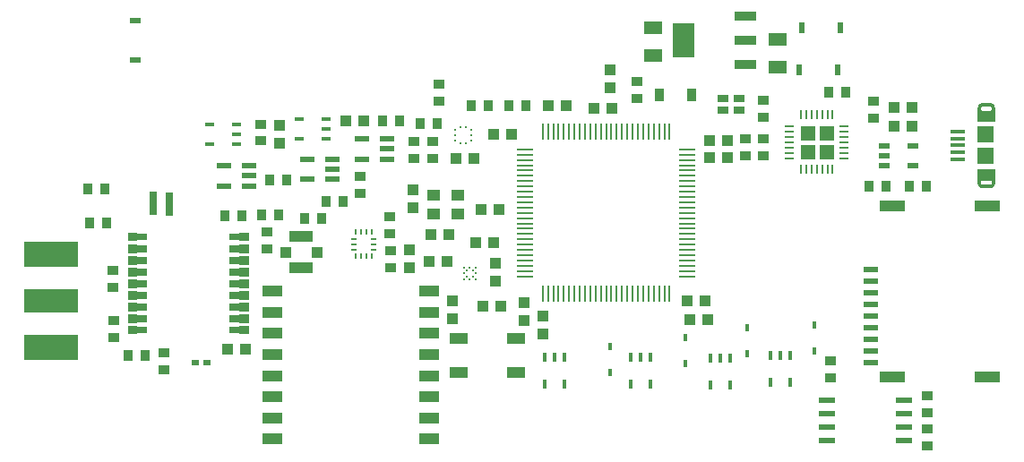
<source format=gbr>
%TF.GenerationSoftware,KiCad,Pcbnew,(6.0.9)*%
%TF.CreationDate,2022-12-16T16:08:48-07:00*%
%TF.ProjectId,Flight-Computer,466c6967-6874-42d4-936f-6d7075746572,1.0*%
%TF.SameCoordinates,Original*%
%TF.FileFunction,Paste,Top*%
%TF.FilePolarity,Positive*%
%FSLAX46Y46*%
G04 Gerber Fmt 4.6, Leading zero omitted, Abs format (unit mm)*
G04 Created by KiCad (PCBNEW (6.0.9)) date 2022-12-16 16:08:48*
%MOMM*%
%LPD*%
G01*
G04 APERTURE LIST*
%ADD10C,0.000100*%
%ADD11C,0.010000*%
%ADD12R,0.254000X0.482600*%
%ADD13R,0.482600X0.254000*%
%ADD14R,0.650000X2.200000*%
%ADD15R,0.650000X2.300000*%
%ADD16R,1.950000X1.050000*%
%ADD17R,1.320800X0.558800*%
%ADD18R,1.100000X1.000000*%
%ADD19R,1.020000X0.940000*%
%ADD20R,1.000000X0.800000*%
%ADD21R,0.355600X0.647700*%
%ADD22R,5.080000X2.286000*%
%ADD23R,5.080000X2.413000*%
%ADD24R,2.150000X0.950000*%
%ADD25R,2.150000X3.250000*%
%ADD26R,1.000000X1.100000*%
%ADD27R,0.940000X1.020000*%
%ADD28R,0.406400X0.952500*%
%ADD29R,0.584200X1.041400*%
%ADD30R,1.560000X0.280000*%
%ADD31R,0.280000X1.560000*%
%ADD32R,0.952500X0.406400*%
%ADD33R,1.778000X1.270000*%
%ADD34R,1.041400X0.584200*%
%ADD35R,0.979300X0.558800*%
%ADD36R,1.000000X1.000000*%
%ADD37R,2.200000X1.050000*%
%ADD38R,1.350000X0.400000*%
%ADD39R,1.550000X1.500000*%
%ADD40R,1.400000X0.620000*%
%ADD41R,2.400000X1.100000*%
%ADD42R,1.700000X0.990600*%
%ADD43R,0.685800X0.609600*%
%ADD44R,0.250000X0.275000*%
%ADD45R,0.275000X0.250000*%
%ADD46R,0.900000X0.254000*%
%ADD47R,0.254000X0.900000*%
%ADD48R,1.524000X0.558800*%
%ADD49R,0.965200X1.295400*%
%ADD50C,0.200000*%
%ADD51R,1.300000X1.100000*%
G04 APERTURE END LIST*
D10*
%TO.C,P8*%
X185402600Y-68414000D02*
X185232600Y-68414000D01*
X183862600Y-75414000D02*
X184032600Y-75414000D01*
G36*
X184057600Y-75427000D02*
G01*
X184058600Y-75440000D01*
X184062600Y-75466000D01*
X184066600Y-75479000D01*
X184069600Y-75491000D01*
X184074600Y-75504000D01*
X184079600Y-75516000D01*
X184084600Y-75527000D01*
X184090600Y-75539000D01*
X184097600Y-75550000D01*
X184105600Y-75561000D01*
X184121600Y-75581000D01*
X184130600Y-75591000D01*
X184140600Y-75600000D01*
X184160600Y-75616000D01*
X184171600Y-75624000D01*
X184182600Y-75631000D01*
X184194600Y-75637000D01*
X184205600Y-75642000D01*
X184217600Y-75647000D01*
X184230600Y-75652000D01*
X184242600Y-75655000D01*
X184255600Y-75659000D01*
X184281600Y-75663000D01*
X184294600Y-75664000D01*
X184970600Y-75664000D01*
X184983600Y-75663000D01*
X185009600Y-75659000D01*
X185022600Y-75655000D01*
X185034600Y-75652000D01*
X185047600Y-75647000D01*
X185059600Y-75642000D01*
X185070600Y-75637000D01*
X185082600Y-75631000D01*
X185093600Y-75624000D01*
X185104600Y-75616000D01*
X185124600Y-75600000D01*
X185134600Y-75591000D01*
X185143600Y-75581000D01*
X185159600Y-75561000D01*
X185167600Y-75550000D01*
X185174600Y-75539000D01*
X185180600Y-75527000D01*
X185185600Y-75516000D01*
X185190600Y-75504000D01*
X185195600Y-75491000D01*
X185198600Y-75479000D01*
X185202600Y-75466000D01*
X185206600Y-75440000D01*
X185207600Y-75427000D01*
X185207600Y-75414000D01*
X185407600Y-75414000D01*
X185406600Y-75440000D01*
X185404600Y-75466000D01*
X185401600Y-75492000D01*
X185396600Y-75518000D01*
X185390600Y-75543000D01*
X185383600Y-75569000D01*
X185374600Y-75593000D01*
X185364600Y-75617000D01*
X185353600Y-75641000D01*
X185340600Y-75664000D01*
X185312600Y-75708000D01*
X185296600Y-75729000D01*
X185279600Y-75749000D01*
X185261600Y-75768000D01*
X185242600Y-75786000D01*
X185222600Y-75803000D01*
X185201600Y-75819000D01*
X185157600Y-75847000D01*
X185134600Y-75860000D01*
X185110600Y-75871000D01*
X185086600Y-75881000D01*
X185062600Y-75890000D01*
X185036600Y-75897000D01*
X185011600Y-75903000D01*
X184985600Y-75908000D01*
X184959600Y-75911000D01*
X184933600Y-75913000D01*
X184907600Y-75914000D01*
X184357600Y-75914000D01*
X184331600Y-75913000D01*
X184305600Y-75911000D01*
X184279600Y-75908000D01*
X184253600Y-75903000D01*
X184228600Y-75897000D01*
X184202600Y-75890000D01*
X184178600Y-75881000D01*
X184154600Y-75871000D01*
X184130600Y-75860000D01*
X184107600Y-75847000D01*
X184063600Y-75819000D01*
X184042600Y-75803000D01*
X184022600Y-75786000D01*
X184003600Y-75768000D01*
X183985600Y-75749000D01*
X183968600Y-75729000D01*
X183952600Y-75708000D01*
X183924600Y-75664000D01*
X183911600Y-75641000D01*
X183900600Y-75617000D01*
X183890600Y-75593000D01*
X183881600Y-75569000D01*
X183874600Y-75543000D01*
X183868600Y-75518000D01*
X183863600Y-75492000D01*
X183860600Y-75466000D01*
X183858600Y-75440000D01*
X183857600Y-75414000D01*
X184057600Y-75414000D01*
X184057600Y-75427000D01*
G37*
X184057600Y-75427000D02*
X184058600Y-75440000D01*
X184062600Y-75466000D01*
X184066600Y-75479000D01*
X184069600Y-75491000D01*
X184074600Y-75504000D01*
X184079600Y-75516000D01*
X184084600Y-75527000D01*
X184090600Y-75539000D01*
X184097600Y-75550000D01*
X184105600Y-75561000D01*
X184121600Y-75581000D01*
X184130600Y-75591000D01*
X184140600Y-75600000D01*
X184160600Y-75616000D01*
X184171600Y-75624000D01*
X184182600Y-75631000D01*
X184194600Y-75637000D01*
X184205600Y-75642000D01*
X184217600Y-75647000D01*
X184230600Y-75652000D01*
X184242600Y-75655000D01*
X184255600Y-75659000D01*
X184281600Y-75663000D01*
X184294600Y-75664000D01*
X184970600Y-75664000D01*
X184983600Y-75663000D01*
X185009600Y-75659000D01*
X185022600Y-75655000D01*
X185034600Y-75652000D01*
X185047600Y-75647000D01*
X185059600Y-75642000D01*
X185070600Y-75637000D01*
X185082600Y-75631000D01*
X185093600Y-75624000D01*
X185104600Y-75616000D01*
X185124600Y-75600000D01*
X185134600Y-75591000D01*
X185143600Y-75581000D01*
X185159600Y-75561000D01*
X185167600Y-75550000D01*
X185174600Y-75539000D01*
X185180600Y-75527000D01*
X185185600Y-75516000D01*
X185190600Y-75504000D01*
X185195600Y-75491000D01*
X185198600Y-75479000D01*
X185202600Y-75466000D01*
X185206600Y-75440000D01*
X185207600Y-75427000D01*
X185207600Y-75414000D01*
X185407600Y-75414000D01*
X185406600Y-75440000D01*
X185404600Y-75466000D01*
X185401600Y-75492000D01*
X185396600Y-75518000D01*
X185390600Y-75543000D01*
X185383600Y-75569000D01*
X185374600Y-75593000D01*
X185364600Y-75617000D01*
X185353600Y-75641000D01*
X185340600Y-75664000D01*
X185312600Y-75708000D01*
X185296600Y-75729000D01*
X185279600Y-75749000D01*
X185261600Y-75768000D01*
X185242600Y-75786000D01*
X185222600Y-75803000D01*
X185201600Y-75819000D01*
X185157600Y-75847000D01*
X185134600Y-75860000D01*
X185110600Y-75871000D01*
X185086600Y-75881000D01*
X185062600Y-75890000D01*
X185036600Y-75897000D01*
X185011600Y-75903000D01*
X184985600Y-75908000D01*
X184959600Y-75911000D01*
X184933600Y-75913000D01*
X184907600Y-75914000D01*
X184357600Y-75914000D01*
X184331600Y-75913000D01*
X184305600Y-75911000D01*
X184279600Y-75908000D01*
X184253600Y-75903000D01*
X184228600Y-75897000D01*
X184202600Y-75890000D01*
X184178600Y-75881000D01*
X184154600Y-75871000D01*
X184130600Y-75860000D01*
X184107600Y-75847000D01*
X184063600Y-75819000D01*
X184042600Y-75803000D01*
X184022600Y-75786000D01*
X184003600Y-75768000D01*
X183985600Y-75749000D01*
X183968600Y-75729000D01*
X183952600Y-75708000D01*
X183924600Y-75664000D01*
X183911600Y-75641000D01*
X183900600Y-75617000D01*
X183890600Y-75593000D01*
X183881600Y-75569000D01*
X183874600Y-75543000D01*
X183868600Y-75518000D01*
X183863600Y-75492000D01*
X183860600Y-75466000D01*
X183858600Y-75440000D01*
X183857600Y-75414000D01*
X184057600Y-75414000D01*
X184057600Y-75427000D01*
G36*
X185407600Y-75414000D02*
G01*
X185207600Y-75414000D01*
X185207600Y-75401000D01*
X185206600Y-75388000D01*
X185202600Y-75362000D01*
X185198600Y-75349000D01*
X185195600Y-75337000D01*
X185190600Y-75324000D01*
X185185600Y-75312000D01*
X185180600Y-75301000D01*
X185174600Y-75289000D01*
X185167600Y-75278000D01*
X185159600Y-75267000D01*
X185143600Y-75247000D01*
X185134600Y-75237000D01*
X185124600Y-75228000D01*
X185104600Y-75212000D01*
X185093600Y-75204000D01*
X185082600Y-75197000D01*
X185070600Y-75191000D01*
X185059600Y-75186000D01*
X185047600Y-75181000D01*
X185034600Y-75176000D01*
X185022600Y-75173000D01*
X185009600Y-75169000D01*
X184983600Y-75165000D01*
X184970600Y-75164000D01*
X184294600Y-75164000D01*
X184281600Y-75165000D01*
X184255600Y-75169000D01*
X184242600Y-75173000D01*
X184230600Y-75176000D01*
X184217600Y-75181000D01*
X184205600Y-75186000D01*
X184194600Y-75191000D01*
X184182600Y-75197000D01*
X184171600Y-75204000D01*
X184160600Y-75212000D01*
X184140600Y-75228000D01*
X184130600Y-75237000D01*
X184121600Y-75247000D01*
X184105600Y-75267000D01*
X184097600Y-75278000D01*
X184090600Y-75289000D01*
X184084600Y-75301000D01*
X184079600Y-75312000D01*
X184074600Y-75324000D01*
X184069600Y-75337000D01*
X184066600Y-75349000D01*
X184062600Y-75362000D01*
X184058600Y-75388000D01*
X184057600Y-75401000D01*
X184057600Y-75414000D01*
X183857600Y-75414000D01*
X183857600Y-74214000D01*
X185407600Y-74214000D01*
X185407600Y-75414000D01*
G37*
X185407600Y-75414000D02*
X185207600Y-75414000D01*
X185207600Y-75401000D01*
X185206600Y-75388000D01*
X185202600Y-75362000D01*
X185198600Y-75349000D01*
X185195600Y-75337000D01*
X185190600Y-75324000D01*
X185185600Y-75312000D01*
X185180600Y-75301000D01*
X185174600Y-75289000D01*
X185167600Y-75278000D01*
X185159600Y-75267000D01*
X185143600Y-75247000D01*
X185134600Y-75237000D01*
X185124600Y-75228000D01*
X185104600Y-75212000D01*
X185093600Y-75204000D01*
X185082600Y-75197000D01*
X185070600Y-75191000D01*
X185059600Y-75186000D01*
X185047600Y-75181000D01*
X185034600Y-75176000D01*
X185022600Y-75173000D01*
X185009600Y-75169000D01*
X184983600Y-75165000D01*
X184970600Y-75164000D01*
X184294600Y-75164000D01*
X184281600Y-75165000D01*
X184255600Y-75169000D01*
X184242600Y-75173000D01*
X184230600Y-75176000D01*
X184217600Y-75181000D01*
X184205600Y-75186000D01*
X184194600Y-75191000D01*
X184182600Y-75197000D01*
X184171600Y-75204000D01*
X184160600Y-75212000D01*
X184140600Y-75228000D01*
X184130600Y-75237000D01*
X184121600Y-75247000D01*
X184105600Y-75267000D01*
X184097600Y-75278000D01*
X184090600Y-75289000D01*
X184084600Y-75301000D01*
X184079600Y-75312000D01*
X184074600Y-75324000D01*
X184069600Y-75337000D01*
X184066600Y-75349000D01*
X184062600Y-75362000D01*
X184058600Y-75388000D01*
X184057600Y-75401000D01*
X184057600Y-75414000D01*
X183857600Y-75414000D01*
X183857600Y-74214000D01*
X185407600Y-74214000D01*
X185407600Y-75414000D01*
G36*
X184933600Y-67915000D02*
G01*
X184959600Y-67917000D01*
X184985600Y-67920000D01*
X185011600Y-67925000D01*
X185036600Y-67931000D01*
X185062600Y-67938000D01*
X185086600Y-67947000D01*
X185110600Y-67957000D01*
X185134600Y-67968000D01*
X185157600Y-67981000D01*
X185201600Y-68009000D01*
X185222600Y-68025000D01*
X185242600Y-68042000D01*
X185261600Y-68060000D01*
X185279600Y-68079000D01*
X185296600Y-68099000D01*
X185312600Y-68120000D01*
X185340600Y-68164000D01*
X185353600Y-68187000D01*
X185364600Y-68211000D01*
X185374600Y-68235000D01*
X185383600Y-68259000D01*
X185390600Y-68285000D01*
X185396600Y-68310000D01*
X185401600Y-68336000D01*
X185404600Y-68362000D01*
X185406600Y-68388000D01*
X185407600Y-68414000D01*
X185207600Y-68414000D01*
X185207600Y-68401000D01*
X185206600Y-68388000D01*
X185202600Y-68362000D01*
X185198600Y-68349000D01*
X185195600Y-68337000D01*
X185190600Y-68324000D01*
X185185600Y-68312000D01*
X185180600Y-68301000D01*
X185174600Y-68289000D01*
X185167600Y-68278000D01*
X185159600Y-68267000D01*
X185143600Y-68247000D01*
X185134600Y-68237000D01*
X185124600Y-68228000D01*
X185104600Y-68212000D01*
X185093600Y-68204000D01*
X185082600Y-68197000D01*
X185070600Y-68191000D01*
X185059600Y-68186000D01*
X185047600Y-68181000D01*
X185034600Y-68176000D01*
X185022600Y-68173000D01*
X185009600Y-68169000D01*
X184983600Y-68165000D01*
X184970600Y-68164000D01*
X184294600Y-68164000D01*
X184281600Y-68165000D01*
X184255600Y-68169000D01*
X184242600Y-68173000D01*
X184230600Y-68176000D01*
X184217600Y-68181000D01*
X184205600Y-68186000D01*
X184194600Y-68191000D01*
X184182600Y-68197000D01*
X184171600Y-68204000D01*
X184160600Y-68212000D01*
X184140600Y-68228000D01*
X184130600Y-68237000D01*
X184121600Y-68247000D01*
X184105600Y-68267000D01*
X184097600Y-68278000D01*
X184090600Y-68289000D01*
X184084600Y-68301000D01*
X184079600Y-68312000D01*
X184074600Y-68324000D01*
X184069600Y-68337000D01*
X184066600Y-68349000D01*
X184062600Y-68362000D01*
X184058600Y-68388000D01*
X184057600Y-68401000D01*
X184057600Y-68414000D01*
X183857600Y-68414000D01*
X183858600Y-68388000D01*
X183860600Y-68362000D01*
X183863600Y-68336000D01*
X183868600Y-68310000D01*
X183874600Y-68285000D01*
X183881600Y-68259000D01*
X183890600Y-68235000D01*
X183900600Y-68211000D01*
X183911600Y-68187000D01*
X183924600Y-68164000D01*
X183952600Y-68120000D01*
X183968600Y-68099000D01*
X183985600Y-68079000D01*
X184003600Y-68060000D01*
X184022600Y-68042000D01*
X184042600Y-68025000D01*
X184063600Y-68009000D01*
X184107600Y-67981000D01*
X184130600Y-67968000D01*
X184154600Y-67957000D01*
X184178600Y-67947000D01*
X184202600Y-67938000D01*
X184228600Y-67931000D01*
X184253600Y-67925000D01*
X184279600Y-67920000D01*
X184305600Y-67917000D01*
X184331600Y-67915000D01*
X184357600Y-67914000D01*
X184907600Y-67914000D01*
X184933600Y-67915000D01*
G37*
X184933600Y-67915000D02*
X184959600Y-67917000D01*
X184985600Y-67920000D01*
X185011600Y-67925000D01*
X185036600Y-67931000D01*
X185062600Y-67938000D01*
X185086600Y-67947000D01*
X185110600Y-67957000D01*
X185134600Y-67968000D01*
X185157600Y-67981000D01*
X185201600Y-68009000D01*
X185222600Y-68025000D01*
X185242600Y-68042000D01*
X185261600Y-68060000D01*
X185279600Y-68079000D01*
X185296600Y-68099000D01*
X185312600Y-68120000D01*
X185340600Y-68164000D01*
X185353600Y-68187000D01*
X185364600Y-68211000D01*
X185374600Y-68235000D01*
X185383600Y-68259000D01*
X185390600Y-68285000D01*
X185396600Y-68310000D01*
X185401600Y-68336000D01*
X185404600Y-68362000D01*
X185406600Y-68388000D01*
X185407600Y-68414000D01*
X185207600Y-68414000D01*
X185207600Y-68401000D01*
X185206600Y-68388000D01*
X185202600Y-68362000D01*
X185198600Y-68349000D01*
X185195600Y-68337000D01*
X185190600Y-68324000D01*
X185185600Y-68312000D01*
X185180600Y-68301000D01*
X185174600Y-68289000D01*
X185167600Y-68278000D01*
X185159600Y-68267000D01*
X185143600Y-68247000D01*
X185134600Y-68237000D01*
X185124600Y-68228000D01*
X185104600Y-68212000D01*
X185093600Y-68204000D01*
X185082600Y-68197000D01*
X185070600Y-68191000D01*
X185059600Y-68186000D01*
X185047600Y-68181000D01*
X185034600Y-68176000D01*
X185022600Y-68173000D01*
X185009600Y-68169000D01*
X184983600Y-68165000D01*
X184970600Y-68164000D01*
X184294600Y-68164000D01*
X184281600Y-68165000D01*
X184255600Y-68169000D01*
X184242600Y-68173000D01*
X184230600Y-68176000D01*
X184217600Y-68181000D01*
X184205600Y-68186000D01*
X184194600Y-68191000D01*
X184182600Y-68197000D01*
X184171600Y-68204000D01*
X184160600Y-68212000D01*
X184140600Y-68228000D01*
X184130600Y-68237000D01*
X184121600Y-68247000D01*
X184105600Y-68267000D01*
X184097600Y-68278000D01*
X184090600Y-68289000D01*
X184084600Y-68301000D01*
X184079600Y-68312000D01*
X184074600Y-68324000D01*
X184069600Y-68337000D01*
X184066600Y-68349000D01*
X184062600Y-68362000D01*
X184058600Y-68388000D01*
X184057600Y-68401000D01*
X184057600Y-68414000D01*
X183857600Y-68414000D01*
X183858600Y-68388000D01*
X183860600Y-68362000D01*
X183863600Y-68336000D01*
X183868600Y-68310000D01*
X183874600Y-68285000D01*
X183881600Y-68259000D01*
X183890600Y-68235000D01*
X183900600Y-68211000D01*
X183911600Y-68187000D01*
X183924600Y-68164000D01*
X183952600Y-68120000D01*
X183968600Y-68099000D01*
X183985600Y-68079000D01*
X184003600Y-68060000D01*
X184022600Y-68042000D01*
X184042600Y-68025000D01*
X184063600Y-68009000D01*
X184107600Y-67981000D01*
X184130600Y-67968000D01*
X184154600Y-67957000D01*
X184178600Y-67947000D01*
X184202600Y-67938000D01*
X184228600Y-67931000D01*
X184253600Y-67925000D01*
X184279600Y-67920000D01*
X184305600Y-67917000D01*
X184331600Y-67915000D01*
X184357600Y-67914000D01*
X184907600Y-67914000D01*
X184933600Y-67915000D01*
G36*
X184057600Y-68427000D02*
G01*
X184058600Y-68440000D01*
X184062600Y-68466000D01*
X184066600Y-68479000D01*
X184069600Y-68491000D01*
X184074600Y-68504000D01*
X184079600Y-68516000D01*
X184084600Y-68527000D01*
X184090600Y-68539000D01*
X184097600Y-68550000D01*
X184105600Y-68561000D01*
X184121600Y-68581000D01*
X184130600Y-68591000D01*
X184140600Y-68600000D01*
X184160600Y-68616000D01*
X184171600Y-68624000D01*
X184182600Y-68631000D01*
X184194600Y-68637000D01*
X184205600Y-68642000D01*
X184217600Y-68647000D01*
X184230600Y-68652000D01*
X184242600Y-68655000D01*
X184255600Y-68659000D01*
X184281600Y-68663000D01*
X184294600Y-68664000D01*
X184970600Y-68664000D01*
X184983600Y-68663000D01*
X185009600Y-68659000D01*
X185022600Y-68655000D01*
X185034600Y-68652000D01*
X185047600Y-68647000D01*
X185059600Y-68642000D01*
X185070600Y-68637000D01*
X185082600Y-68631000D01*
X185093600Y-68624000D01*
X185104600Y-68616000D01*
X185124600Y-68600000D01*
X185134600Y-68591000D01*
X185143600Y-68581000D01*
X185159600Y-68561000D01*
X185167600Y-68550000D01*
X185174600Y-68539000D01*
X185180600Y-68527000D01*
X185185600Y-68516000D01*
X185190600Y-68504000D01*
X185195600Y-68491000D01*
X185198600Y-68479000D01*
X185202600Y-68466000D01*
X185206600Y-68440000D01*
X185207600Y-68427000D01*
X185207600Y-68414000D01*
X185407600Y-68414000D01*
X185407600Y-69614000D01*
X183857600Y-69614000D01*
X183857600Y-68414000D01*
X184057600Y-68414000D01*
X184057600Y-68427000D01*
G37*
X184057600Y-68427000D02*
X184058600Y-68440000D01*
X184062600Y-68466000D01*
X184066600Y-68479000D01*
X184069600Y-68491000D01*
X184074600Y-68504000D01*
X184079600Y-68516000D01*
X184084600Y-68527000D01*
X184090600Y-68539000D01*
X184097600Y-68550000D01*
X184105600Y-68561000D01*
X184121600Y-68581000D01*
X184130600Y-68591000D01*
X184140600Y-68600000D01*
X184160600Y-68616000D01*
X184171600Y-68624000D01*
X184182600Y-68631000D01*
X184194600Y-68637000D01*
X184205600Y-68642000D01*
X184217600Y-68647000D01*
X184230600Y-68652000D01*
X184242600Y-68655000D01*
X184255600Y-68659000D01*
X184281600Y-68663000D01*
X184294600Y-68664000D01*
X184970600Y-68664000D01*
X184983600Y-68663000D01*
X185009600Y-68659000D01*
X185022600Y-68655000D01*
X185034600Y-68652000D01*
X185047600Y-68647000D01*
X185059600Y-68642000D01*
X185070600Y-68637000D01*
X185082600Y-68631000D01*
X185093600Y-68624000D01*
X185104600Y-68616000D01*
X185124600Y-68600000D01*
X185134600Y-68591000D01*
X185143600Y-68581000D01*
X185159600Y-68561000D01*
X185167600Y-68550000D01*
X185174600Y-68539000D01*
X185180600Y-68527000D01*
X185185600Y-68516000D01*
X185190600Y-68504000D01*
X185195600Y-68491000D01*
X185198600Y-68479000D01*
X185202600Y-68466000D01*
X185206600Y-68440000D01*
X185207600Y-68427000D01*
X185207600Y-68414000D01*
X185407600Y-68414000D01*
X185407600Y-69614000D01*
X183857600Y-69614000D01*
X183857600Y-68414000D01*
X184057600Y-68414000D01*
X184057600Y-68427000D01*
%TO.C,U4*%
G36*
X104370000Y-81363000D02*
G01*
X105270000Y-81363000D01*
X105270000Y-81963000D01*
X104370000Y-81963000D01*
X104370000Y-82063000D01*
X103554200Y-82063000D01*
X103554200Y-81263000D01*
X104370000Y-81263000D01*
X104370000Y-81363000D01*
G37*
D11*
X104370000Y-81363000D02*
X105270000Y-81363000D01*
X105270000Y-81963000D01*
X104370000Y-81963000D01*
X104370000Y-82063000D01*
X103554200Y-82063000D01*
X103554200Y-81263000D01*
X104370000Y-81263000D01*
X104370000Y-81363000D01*
G36*
X104370000Y-84663000D02*
G01*
X105270000Y-84663000D01*
X105270000Y-85263000D01*
X104370000Y-85263000D01*
X104370000Y-85363000D01*
X103554200Y-85363000D01*
X103554200Y-84563000D01*
X104370000Y-84563000D01*
X104370000Y-84663000D01*
G37*
X104370000Y-84663000D02*
X105270000Y-84663000D01*
X105270000Y-85263000D01*
X104370000Y-85263000D01*
X104370000Y-85363000D01*
X103554200Y-85363000D01*
X103554200Y-84563000D01*
X104370000Y-84563000D01*
X104370000Y-84663000D01*
G36*
X104370000Y-89113000D02*
G01*
X105270000Y-89113000D01*
X105270000Y-89613000D01*
X104370000Y-89613000D01*
X104370000Y-89713000D01*
X103554200Y-89713000D01*
X103554200Y-89013000D01*
X104370000Y-89013000D01*
X104370000Y-89113000D01*
G37*
X104370000Y-89113000D02*
X105270000Y-89113000D01*
X105270000Y-89613000D01*
X104370000Y-89613000D01*
X104370000Y-89713000D01*
X103554200Y-89713000D01*
X103554200Y-89013000D01*
X104370000Y-89013000D01*
X104370000Y-89113000D01*
G36*
X104370000Y-80313000D02*
G01*
X105270000Y-80313000D01*
X105270000Y-80813000D01*
X104370000Y-80813000D01*
X104370000Y-80913000D01*
X103554200Y-80913000D01*
X103554200Y-80213000D01*
X104370000Y-80213000D01*
X104370000Y-80313000D01*
G37*
X104370000Y-80313000D02*
X105270000Y-80313000D01*
X105270000Y-80813000D01*
X104370000Y-80813000D01*
X104370000Y-80913000D01*
X103554200Y-80913000D01*
X103554200Y-80213000D01*
X104370000Y-80213000D01*
X104370000Y-80313000D01*
G36*
X104370000Y-83563000D02*
G01*
X105270000Y-83563000D01*
X105270000Y-84163000D01*
X104370000Y-84163000D01*
X104370000Y-84263000D01*
X103554200Y-84263000D01*
X103554200Y-83463000D01*
X104370000Y-83463000D01*
X104370000Y-83563000D01*
G37*
X104370000Y-83563000D02*
X105270000Y-83563000D01*
X105270000Y-84163000D01*
X104370000Y-84163000D01*
X104370000Y-84263000D01*
X103554200Y-84263000D01*
X103554200Y-83463000D01*
X104370000Y-83463000D01*
X104370000Y-83563000D01*
G36*
X104370000Y-87963000D02*
G01*
X105270000Y-87963000D01*
X105270000Y-88563000D01*
X104370000Y-88563000D01*
X104370000Y-88663000D01*
X103554200Y-88663000D01*
X103554200Y-87863000D01*
X104370000Y-87863000D01*
X104370000Y-87963000D01*
G37*
X104370000Y-87963000D02*
X105270000Y-87963000D01*
X105270000Y-88563000D01*
X104370000Y-88563000D01*
X104370000Y-88663000D01*
X103554200Y-88663000D01*
X103554200Y-87863000D01*
X104370000Y-87863000D01*
X104370000Y-87963000D01*
G36*
X114911200Y-82063000D02*
G01*
X114070000Y-82063000D01*
X114070000Y-81963000D01*
X113170000Y-81963000D01*
X113170000Y-81363000D01*
X114070000Y-81363000D01*
X114070000Y-81263000D01*
X114911200Y-81263000D01*
X114911200Y-82063000D01*
G37*
X114911200Y-82063000D02*
X114070000Y-82063000D01*
X114070000Y-81963000D01*
X113170000Y-81963000D01*
X113170000Y-81363000D01*
X114070000Y-81363000D01*
X114070000Y-81263000D01*
X114911200Y-81263000D01*
X114911200Y-82063000D01*
G36*
X114911200Y-85363000D02*
G01*
X114070000Y-85363000D01*
X114070000Y-85263000D01*
X113170000Y-85263000D01*
X113170000Y-84663000D01*
X114070000Y-84663000D01*
X114070000Y-84563000D01*
X114911200Y-84563000D01*
X114911200Y-85363000D01*
G37*
X114911200Y-85363000D02*
X114070000Y-85363000D01*
X114070000Y-85263000D01*
X113170000Y-85263000D01*
X113170000Y-84663000D01*
X114070000Y-84663000D01*
X114070000Y-84563000D01*
X114911200Y-84563000D01*
X114911200Y-85363000D01*
G36*
X104370000Y-85763000D02*
G01*
X105270000Y-85763000D01*
X105270000Y-86363000D01*
X104370000Y-86363000D01*
X104370000Y-86463000D01*
X103554200Y-86463000D01*
X103554200Y-85663000D01*
X104370000Y-85663000D01*
X104370000Y-85763000D01*
G37*
X104370000Y-85763000D02*
X105270000Y-85763000D01*
X105270000Y-86363000D01*
X104370000Y-86363000D01*
X104370000Y-86463000D01*
X103554200Y-86463000D01*
X103554200Y-85663000D01*
X104370000Y-85663000D01*
X104370000Y-85763000D01*
G36*
X104370000Y-86863000D02*
G01*
X105270000Y-86863000D01*
X105270000Y-87463000D01*
X104370000Y-87463000D01*
X104370000Y-87563000D01*
X103554200Y-87563000D01*
X103554200Y-86763000D01*
X104370000Y-86763000D01*
X104370000Y-86863000D01*
G37*
X104370000Y-86863000D02*
X105270000Y-86863000D01*
X105270000Y-87463000D01*
X104370000Y-87463000D01*
X104370000Y-87563000D01*
X103554200Y-87563000D01*
X103554200Y-86763000D01*
X104370000Y-86763000D01*
X104370000Y-86863000D01*
G36*
X104370000Y-82463000D02*
G01*
X105270000Y-82463000D01*
X105270000Y-83063000D01*
X104370000Y-83063000D01*
X104370000Y-83163000D01*
X103554200Y-83163000D01*
X103554200Y-82363000D01*
X104370000Y-82363000D01*
X104370000Y-82463000D01*
G37*
X104370000Y-82463000D02*
X105270000Y-82463000D01*
X105270000Y-83063000D01*
X104370000Y-83063000D01*
X104370000Y-83163000D01*
X103554200Y-83163000D01*
X103554200Y-82363000D01*
X104370000Y-82363000D01*
X104370000Y-82463000D01*
G36*
X114911200Y-84263000D02*
G01*
X114070000Y-84263000D01*
X114070000Y-84163000D01*
X113170000Y-84163000D01*
X113170000Y-83563000D01*
X114070000Y-83563000D01*
X114070000Y-83463000D01*
X114911200Y-83463000D01*
X114911200Y-84263000D01*
G37*
X114911200Y-84263000D02*
X114070000Y-84263000D01*
X114070000Y-84163000D01*
X113170000Y-84163000D01*
X113170000Y-83563000D01*
X114070000Y-83563000D01*
X114070000Y-83463000D01*
X114911200Y-83463000D01*
X114911200Y-84263000D01*
G36*
X114911200Y-87563000D02*
G01*
X114070000Y-87563000D01*
X114070000Y-87463000D01*
X113170000Y-87463000D01*
X113170000Y-86863000D01*
X114070000Y-86863000D01*
X114070000Y-86763000D01*
X114911200Y-86763000D01*
X114911200Y-87563000D01*
G37*
X114911200Y-87563000D02*
X114070000Y-87563000D01*
X114070000Y-87463000D01*
X113170000Y-87463000D01*
X113170000Y-86863000D01*
X114070000Y-86863000D01*
X114070000Y-86763000D01*
X114911200Y-86763000D01*
X114911200Y-87563000D01*
G36*
X114911200Y-88663000D02*
G01*
X114070000Y-88663000D01*
X114070000Y-88563000D01*
X113170000Y-88563000D01*
X113170000Y-87963000D01*
X114070000Y-87963000D01*
X114070000Y-87863000D01*
X114911200Y-87863000D01*
X114911200Y-88663000D01*
G37*
X114911200Y-88663000D02*
X114070000Y-88663000D01*
X114070000Y-88563000D01*
X113170000Y-88563000D01*
X113170000Y-87963000D01*
X114070000Y-87963000D01*
X114070000Y-87863000D01*
X114911200Y-87863000D01*
X114911200Y-88663000D01*
G36*
X114885800Y-89713000D02*
G01*
X114070000Y-89713000D01*
X114070000Y-89613000D01*
X113170000Y-89613000D01*
X113170000Y-89113000D01*
X114070000Y-89113000D01*
X114070000Y-89013000D01*
X114885800Y-89013000D01*
X114885800Y-89713000D01*
G37*
X114885800Y-89713000D02*
X114070000Y-89713000D01*
X114070000Y-89613000D01*
X113170000Y-89613000D01*
X113170000Y-89113000D01*
X114070000Y-89113000D01*
X114070000Y-89013000D01*
X114885800Y-89013000D01*
X114885800Y-89713000D01*
G36*
X114911200Y-80913000D02*
G01*
X114070000Y-80913000D01*
X114070000Y-80813000D01*
X113170000Y-80813000D01*
X113170000Y-80313000D01*
X114070000Y-80313000D01*
X114070000Y-80213000D01*
X114911200Y-80213000D01*
X114911200Y-80913000D01*
G37*
X114911200Y-80913000D02*
X114070000Y-80913000D01*
X114070000Y-80813000D01*
X113170000Y-80813000D01*
X113170000Y-80313000D01*
X114070000Y-80313000D01*
X114070000Y-80213000D01*
X114911200Y-80213000D01*
X114911200Y-80913000D01*
G36*
X114911200Y-86463000D02*
G01*
X114070000Y-86463000D01*
X114070000Y-86363000D01*
X113170000Y-86363000D01*
X113170000Y-85763000D01*
X114070000Y-85763000D01*
X114070000Y-85663000D01*
X114911200Y-85663000D01*
X114911200Y-86463000D01*
G37*
X114911200Y-86463000D02*
X114070000Y-86463000D01*
X114070000Y-86363000D01*
X113170000Y-86363000D01*
X113170000Y-85763000D01*
X114070000Y-85763000D01*
X114070000Y-85663000D01*
X114911200Y-85663000D01*
X114911200Y-86463000D01*
G36*
X114911200Y-83163000D02*
G01*
X114070000Y-83163000D01*
X114070000Y-83063000D01*
X113170000Y-83063000D01*
X113170000Y-82463000D01*
X114070000Y-82463000D01*
X114070000Y-82363000D01*
X114911200Y-82363000D01*
X114911200Y-83163000D01*
G37*
X114911200Y-83163000D02*
X114070000Y-83163000D01*
X114070000Y-83063000D01*
X113170000Y-83063000D01*
X113170000Y-82463000D01*
X114070000Y-82463000D01*
X114070000Y-82363000D01*
X114911200Y-82363000D01*
X114911200Y-83163000D01*
%TO.C,U8*%
G36*
X168405544Y-71378000D02*
G01*
X167156000Y-71378000D01*
X167156000Y-70125270D01*
X168405544Y-70125270D01*
X168405544Y-71378000D01*
G37*
X168405544Y-71378000D02*
X167156000Y-71378000D01*
X167156000Y-70125270D01*
X168405544Y-70125270D01*
X168405544Y-71378000D01*
G36*
X170158520Y-71378000D02*
G01*
X168906000Y-71378000D01*
X168906000Y-70125480D01*
X170158520Y-70125480D01*
X170158520Y-71378000D01*
G37*
X170158520Y-71378000D02*
X168906000Y-71378000D01*
X168906000Y-70125480D01*
X170158520Y-70125480D01*
X170158520Y-71378000D01*
G36*
X168405938Y-73128000D02*
G01*
X167156000Y-73128000D01*
X167156000Y-71878062D01*
X168405938Y-71878062D01*
X168405938Y-73128000D01*
G37*
X168405938Y-73128000D02*
X167156000Y-73128000D01*
X167156000Y-71878062D01*
X168405938Y-71878062D01*
X168405938Y-73128000D01*
G36*
X170158480Y-73128000D02*
G01*
X168906000Y-73128000D01*
X168906000Y-71878413D01*
X170158480Y-71878413D01*
X170158480Y-73128000D01*
G37*
X170158480Y-73128000D02*
X168906000Y-73128000D01*
X168906000Y-71878413D01*
X170158480Y-71878413D01*
X170158480Y-73128000D01*
%TD*%
D12*
%TO.C,U3*%
X126607001Y-80124300D03*
X126107000Y-80124300D03*
X125607000Y-80124300D03*
X125106999Y-80124300D03*
D13*
X124942600Y-80780001D03*
X124942600Y-81280000D03*
X124942600Y-81779999D03*
D12*
X125106999Y-82435700D03*
X125607000Y-82435700D03*
X126107000Y-82435700D03*
X126607001Y-82435700D03*
D13*
X126771400Y-81779999D03*
X126771400Y-81280000D03*
X126771400Y-80780001D03*
%TD*%
D14*
%TO.C,BT1*%
X107430000Y-77462000D03*
D15*
X105930000Y-77412000D03*
%TD*%
D16*
%TO.C,U7*%
X117187000Y-85710000D03*
X117187000Y-87710000D03*
X117187000Y-89710000D03*
X117187000Y-91710000D03*
X117187000Y-93710000D03*
X117187000Y-95710000D03*
X117187000Y-97710000D03*
X117187000Y-99710000D03*
X131987000Y-99710000D03*
X131987000Y-97710000D03*
X131987000Y-95710000D03*
X131987000Y-93710000D03*
X131987000Y-91710000D03*
X131987000Y-89710000D03*
X131987000Y-87710000D03*
X131987000Y-85710000D03*
%TD*%
D17*
%TO.C,U10*%
X122859800Y-75118001D03*
X122859800Y-74168000D03*
X122859800Y-73217999D03*
X120472200Y-73217999D03*
X120472200Y-75118001D03*
%TD*%
D18*
%TO.C,J2*%
X138772000Y-87122000D03*
X137072000Y-87122000D03*
%TD*%
D19*
%TO.C,R33*%
X125476000Y-74902000D03*
X125476000Y-76482000D03*
%TD*%
D20*
%TO.C,D1*%
X159778000Y-67522000D03*
X161278000Y-67522000D03*
X161278000Y-68622000D03*
X159778000Y-68622000D03*
%TD*%
D21*
%TO.C,D6*%
X168402000Y-91395550D03*
X168402000Y-88944450D03*
%TD*%
D17*
%TO.C,U11*%
X114985800Y-75753001D03*
X114985800Y-74803000D03*
X114985800Y-73852999D03*
X112598200Y-73852999D03*
X112598200Y-75753001D03*
%TD*%
D22*
%TO.C,AE2*%
X96304100Y-86614000D03*
D23*
X96304100Y-90995500D03*
X96304100Y-82232500D03*
%TD*%
D18*
%TO.C,C7*%
X144995000Y-68199000D03*
X143295000Y-68199000D03*
%TD*%
D19*
%TO.C,R9*%
X128397000Y-81887000D03*
X128397000Y-83467000D03*
%TD*%
D24*
%TO.C,U2*%
X161883000Y-64276000D03*
D25*
X156083000Y-61976000D03*
D24*
X161883000Y-61976000D03*
X161883000Y-59676000D03*
%TD*%
D18*
%TO.C,J1*%
X149313000Y-68453000D03*
X147613000Y-68453000D03*
%TD*%
D26*
%TO.C,C4*%
X142748000Y-88050000D03*
X142748000Y-89750000D03*
%TD*%
D27*
%TO.C,R32*%
X129187000Y-69596000D03*
X127607000Y-69596000D03*
%TD*%
D21*
%TO.C,D8*%
X156210000Y-92538550D03*
X156210000Y-90087450D03*
%TD*%
D28*
%TO.C,Q4*%
X144841001Y-91941650D03*
X143891000Y-91941650D03*
X142940999Y-91941650D03*
X142940999Y-94494350D03*
X144841001Y-94494350D03*
%TD*%
D27*
%TO.C,R22*%
X173581000Y-75819000D03*
X175161000Y-75819000D03*
%TD*%
D26*
%TO.C,C12*%
X130505200Y-76112000D03*
X130505200Y-77812000D03*
%TD*%
D19*
%TO.C,R31*%
X116064000Y-69921000D03*
X116064000Y-71501000D03*
%TD*%
%TO.C,R7*%
X128270000Y-80292000D03*
X128270000Y-78712000D03*
%TD*%
D26*
%TO.C,C1*%
X149098000Y-66509000D03*
X149098000Y-64809000D03*
%TD*%
D19*
%TO.C,R23*%
X179070000Y-100358000D03*
X179070000Y-98778000D03*
%TD*%
D27*
%TO.C,R10*%
X105184000Y-91821000D03*
X103604000Y-91821000D03*
%TD*%
D26*
%TO.C,C17*%
X130175000Y-83527000D03*
X130175000Y-81827000D03*
%TD*%
D19*
%TO.C,R20*%
X169926000Y-93881000D03*
X169926000Y-92301000D03*
%TD*%
D29*
%TO.C,D3*%
X166941500Y-64770000D03*
X170624500Y-64770000D03*
%TD*%
D19*
%TO.C,R12*%
X102235000Y-90071000D03*
X102235000Y-88491000D03*
%TD*%
D18*
%TO.C,C24*%
X175934000Y-68326000D03*
X177634000Y-68326000D03*
%TD*%
D29*
%TO.C,D2*%
X167195500Y-60833000D03*
X170878500Y-60833000D03*
%TD*%
D27*
%TO.C,R26*%
X169771000Y-66929000D03*
X171351000Y-66929000D03*
%TD*%
D30*
%TO.C,U1*%
X141062400Y-72308200D03*
X141062400Y-72808200D03*
X141062400Y-73308200D03*
X141062400Y-73808200D03*
X141062400Y-74308200D03*
X141062400Y-74808200D03*
X141062400Y-75308200D03*
X141062400Y-75808200D03*
X141062400Y-76308200D03*
X141062400Y-76808200D03*
X141062400Y-77308200D03*
X141062400Y-77808200D03*
X141062400Y-78308200D03*
X141062400Y-78808200D03*
X141062400Y-79308200D03*
X141062400Y-79808200D03*
X141062400Y-80308200D03*
X141062400Y-80808200D03*
X141062400Y-81308200D03*
X141062400Y-81808200D03*
X141062400Y-82308200D03*
X141062400Y-82808200D03*
X141062400Y-83308200D03*
X141062400Y-83808200D03*
X141062400Y-84308200D03*
D31*
X142742400Y-85988200D03*
X143242400Y-85988200D03*
X143742400Y-85988200D03*
X144242400Y-85988200D03*
X144742400Y-85988200D03*
X145242400Y-85988200D03*
X145742400Y-85988200D03*
X146242400Y-85988200D03*
X146742400Y-85988200D03*
X147242400Y-85988200D03*
X147742400Y-85988200D03*
X148242400Y-85988200D03*
X148742400Y-85988200D03*
X149242400Y-85988200D03*
X149742400Y-85988200D03*
X150242400Y-85988200D03*
X150742400Y-85988200D03*
X151242400Y-85988200D03*
X151742400Y-85988200D03*
X152242400Y-85988200D03*
X152742400Y-85988200D03*
X153242400Y-85988200D03*
X153742400Y-85988200D03*
X154242400Y-85988200D03*
X154742400Y-85988200D03*
D30*
X156422400Y-84308200D03*
X156422400Y-83808200D03*
X156422400Y-83308200D03*
X156422400Y-82808200D03*
X156422400Y-82308200D03*
X156422400Y-81808200D03*
X156422400Y-81308200D03*
X156422400Y-80808200D03*
X156422400Y-80308200D03*
X156422400Y-79808200D03*
X156422400Y-79308200D03*
X156422400Y-78808200D03*
X156422400Y-78308200D03*
X156422400Y-77808200D03*
X156422400Y-77308200D03*
X156422400Y-76808200D03*
X156422400Y-76308200D03*
X156422400Y-75808200D03*
X156422400Y-75308200D03*
X156422400Y-74808200D03*
X156422400Y-74308200D03*
X156422400Y-73808200D03*
X156422400Y-73308200D03*
X156422400Y-72808200D03*
X156422400Y-72308200D03*
D31*
X154742400Y-70628200D03*
X154242400Y-70628200D03*
X153742400Y-70628200D03*
X153242400Y-70628200D03*
X152742400Y-70628200D03*
X152242400Y-70628200D03*
X151742400Y-70628200D03*
X151242400Y-70628200D03*
X150742400Y-70628200D03*
X150242400Y-70628200D03*
X149742400Y-70628200D03*
X149242400Y-70628200D03*
X148742400Y-70628200D03*
X148242400Y-70628200D03*
X147742400Y-70628200D03*
X147242400Y-70628200D03*
X146742400Y-70628200D03*
X146242400Y-70628200D03*
X145742400Y-70628200D03*
X145242400Y-70628200D03*
X144742400Y-70628200D03*
X144242400Y-70628200D03*
X143742400Y-70628200D03*
X143242400Y-70628200D03*
X142742400Y-70628200D03*
%TD*%
D19*
%TO.C,R8*%
X106934000Y-93119000D03*
X106934000Y-91539000D03*
%TD*%
D18*
%TO.C,C2*%
X156376000Y-86614000D03*
X158076000Y-86614000D03*
%TD*%
D32*
%TO.C,Q6*%
X122307350Y-71308001D03*
X122307350Y-70358000D03*
X122307350Y-69407999D03*
X119754650Y-69407999D03*
X119754650Y-71308001D03*
%TD*%
D19*
%TO.C,R2*%
X163626800Y-72926000D03*
X163626800Y-71346000D03*
%TD*%
D17*
%TO.C,U9*%
X128066800Y-73213001D03*
X128066800Y-72263000D03*
X128066800Y-71312999D03*
X125679200Y-71312999D03*
X125679200Y-73213001D03*
%TD*%
D27*
%TO.C,R21*%
X177391000Y-75819000D03*
X178971000Y-75819000D03*
%TD*%
D28*
%TO.C,Q1*%
X166177001Y-91814650D03*
X165227000Y-91814650D03*
X164276999Y-91814650D03*
X164276999Y-94367350D03*
X166177001Y-94367350D03*
%TD*%
D18*
%TO.C,C5*%
X138645000Y-77978000D03*
X136945000Y-77978000D03*
%TD*%
D19*
%TO.C,R13*%
X116713000Y-80109000D03*
X116713000Y-81689000D03*
%TD*%
D27*
%TO.C,R34*%
X116939000Y-75184000D03*
X118519000Y-75184000D03*
%TD*%
D33*
%TO.C,C13*%
X153162000Y-60782200D03*
X153162000Y-63423800D03*
%TD*%
D34*
%TO.C,D4*%
X104267000Y-60134500D03*
X104267000Y-63817500D03*
%TD*%
D27*
%TO.C,R14*%
X117757000Y-78486000D03*
X116177000Y-78486000D03*
%TD*%
D35*
%TO.C,D10*%
X175037052Y-71947999D03*
X175037052Y-72898000D03*
X175037052Y-73848001D03*
X177768948Y-73848001D03*
X177768948Y-71947999D03*
%TD*%
D21*
%TO.C,D7*%
X162052000Y-91649550D03*
X162052000Y-89198450D03*
%TD*%
D36*
%TO.C,AE1*%
X118438800Y-82042000D03*
X121438800Y-82042000D03*
D37*
X119938800Y-83517000D03*
X119938800Y-80567000D03*
%TD*%
D38*
%TO.C,P8*%
X181932600Y-73214000D03*
X181932600Y-72564000D03*
X181932600Y-71914000D03*
X181932600Y-71264000D03*
X181932600Y-70614000D03*
D39*
X184632600Y-70914000D03*
X184632600Y-72914000D03*
%TD*%
D19*
%TO.C,R6*%
X151638000Y-65885000D03*
X151638000Y-67465000D03*
%TD*%
D26*
%TO.C,C9*%
X138303000Y-83097000D03*
X138303000Y-84797000D03*
%TD*%
D27*
%TO.C,R27*%
X122273000Y-77216000D03*
X123853000Y-77216000D03*
%TD*%
D40*
%TO.C,P10*%
X173746000Y-83653000D03*
X173746000Y-84753000D03*
X173746000Y-85853000D03*
X173746000Y-86953000D03*
X173746000Y-88053000D03*
X173746000Y-89153000D03*
X173746000Y-90253000D03*
X173746000Y-91353000D03*
X173746000Y-92453000D03*
D41*
X184746000Y-93833000D03*
X175746000Y-93833000D03*
X175746000Y-77683000D03*
X184746000Y-77683000D03*
%TD*%
D18*
%TO.C,C14*%
X133869800Y-80340200D03*
X132169800Y-80340200D03*
%TD*%
D26*
%TO.C,C22*%
X134239000Y-88353000D03*
X134239000Y-86653000D03*
%TD*%
D42*
%TO.C,B1*%
X140241000Y-93420999D03*
X134841000Y-93420999D03*
X140241000Y-90221001D03*
X134841000Y-90221001D03*
%TD*%
D19*
%TO.C,R28*%
X130556000Y-73180000D03*
X130556000Y-71600000D03*
%TD*%
%TO.C,R30*%
X179070000Y-97183000D03*
X179070000Y-95603000D03*
%TD*%
%TO.C,R17*%
X102108000Y-83792000D03*
X102108000Y-85372000D03*
%TD*%
D32*
%TO.C,Q5*%
X113798350Y-71816001D03*
X113798350Y-70866000D03*
X113798350Y-69915999D03*
X111245650Y-69915999D03*
X111245650Y-71816001D03*
%TD*%
D19*
%TO.C,R3*%
X161925000Y-72926000D03*
X161925000Y-71346000D03*
%TD*%
D27*
%TO.C,R24*%
X132743000Y-69850000D03*
X131163000Y-69850000D03*
%TD*%
D43*
%TO.C,L1*%
X109931200Y-92456000D03*
X111048800Y-92456000D03*
%TD*%
D44*
%TO.C,U5*%
X135454700Y-70205100D03*
X134954700Y-70205100D03*
D45*
X134442200Y-70467600D03*
X134442200Y-70967600D03*
X134442200Y-71467600D03*
D44*
X134954700Y-71730100D03*
X135454700Y-71730100D03*
D45*
X135967200Y-71467600D03*
X135967200Y-70967600D03*
X135967200Y-70467600D03*
%TD*%
D46*
%TO.C,U8*%
X171246000Y-73128000D03*
X171246000Y-72628000D03*
X171246000Y-72128000D03*
X171246000Y-71628000D03*
X171246000Y-71128000D03*
X171246000Y-70628000D03*
X171246000Y-70128000D03*
D47*
X170156000Y-69038000D03*
X169656000Y-69038000D03*
X169156000Y-69038000D03*
X168656000Y-69038000D03*
X168156000Y-69038000D03*
X167656000Y-69038000D03*
X167156000Y-69038000D03*
D46*
X166066000Y-70128000D03*
X166066000Y-70628000D03*
X166066000Y-71128000D03*
X166066000Y-71628000D03*
X166066000Y-72128000D03*
X166066000Y-72628000D03*
X166066000Y-73128000D03*
D47*
X167156000Y-74218000D03*
X167656000Y-74218000D03*
X168156000Y-74218000D03*
X168656000Y-74218000D03*
X169156000Y-74218000D03*
X169656000Y-74218000D03*
X170156000Y-74218000D03*
%TD*%
D18*
%TO.C,C6*%
X158535000Y-71501000D03*
X160235000Y-71501000D03*
%TD*%
D26*
%TO.C,C3*%
X140970000Y-86780000D03*
X140970000Y-88480000D03*
%TD*%
D48*
%TO.C,U6*%
X169583100Y-96012000D03*
X169583100Y-97282000D03*
X169583100Y-98552000D03*
X169583100Y-99822000D03*
X176872900Y-99822000D03*
X176872900Y-98552000D03*
X176872900Y-97282000D03*
X176872900Y-96012000D03*
%TD*%
D49*
%TO.C,D5*%
X153797000Y-67183000D03*
X156845000Y-67183000D03*
%TD*%
D19*
%TO.C,R25*%
X173990000Y-69370000D03*
X173990000Y-67790000D03*
%TD*%
D18*
%TO.C,C21*%
X134532000Y-73202800D03*
X136232000Y-73202800D03*
%TD*%
%TO.C,C20*%
X139788000Y-70866000D03*
X138088000Y-70866000D03*
%TD*%
D27*
%TO.C,R5*%
X139545000Y-68199000D03*
X141125000Y-68199000D03*
%TD*%
D18*
%TO.C,C26*%
X125818000Y-69596000D03*
X124118000Y-69596000D03*
%TD*%
D19*
%TO.C,R1*%
X163576000Y-69243000D03*
X163576000Y-67663000D03*
%TD*%
D33*
%TO.C,C10*%
X164973000Y-61925200D03*
X164973000Y-64566800D03*
%TD*%
D18*
%TO.C,C15*%
X158535000Y-73075800D03*
X160235000Y-73075800D03*
%TD*%
D27*
%TO.C,R11*%
X114328000Y-78613000D03*
X112748000Y-78613000D03*
%TD*%
D18*
%TO.C,C23*%
X175934000Y-70104000D03*
X177634000Y-70104000D03*
%TD*%
D28*
%TO.C,Q2*%
X160462001Y-92068650D03*
X159512000Y-92068650D03*
X158561999Y-92068650D03*
X158561999Y-94621350D03*
X160462001Y-94621350D03*
%TD*%
D19*
%TO.C,R19*%
X132334000Y-71600000D03*
X132334000Y-73180000D03*
%TD*%
D27*
%TO.C,R4*%
X137569000Y-68199000D03*
X135989000Y-68199000D03*
%TD*%
D21*
%TO.C,D9*%
X149098000Y-93427550D03*
X149098000Y-90976450D03*
%TD*%
D19*
%TO.C,R18*%
X132969000Y-67719000D03*
X132969000Y-66139000D03*
%TD*%
D18*
%TO.C,C11*%
X156630000Y-88392000D03*
X158330000Y-88392000D03*
%TD*%
D50*
%TO.C,U12*%
X135289000Y-83473000D03*
X135855000Y-83473000D03*
X136421000Y-83473000D03*
X135572000Y-83756000D03*
X136138000Y-83756000D03*
X135289000Y-84039000D03*
X136421000Y-84039000D03*
X135572000Y-84322000D03*
X136138000Y-84322000D03*
X135289000Y-84605000D03*
X135855000Y-84605000D03*
X136421000Y-84605000D03*
%TD*%
D18*
%TO.C,C16*%
X112942000Y-91186000D03*
X114642000Y-91186000D03*
%TD*%
D51*
%TO.C,Y1*%
X134728600Y-76646200D03*
X132428600Y-76646200D03*
X132428600Y-78446200D03*
X134728600Y-78446200D03*
%TD*%
D26*
%TO.C,C25*%
X117842000Y-71727000D03*
X117842000Y-70027000D03*
%TD*%
D18*
%TO.C,C18*%
X133692000Y-82931000D03*
X131992000Y-82931000D03*
%TD*%
D27*
%TO.C,R15*%
X101374000Y-76073000D03*
X99794000Y-76073000D03*
%TD*%
D18*
%TO.C,C8*%
X138111600Y-81153000D03*
X136411600Y-81153000D03*
%TD*%
D27*
%TO.C,R29*%
X121821000Y-78867000D03*
X120241000Y-78867000D03*
%TD*%
%TO.C,R16*%
X101501000Y-79248000D03*
X99921000Y-79248000D03*
%TD*%
D28*
%TO.C,Q3*%
X152969001Y-91941650D03*
X152019000Y-91941650D03*
X151068999Y-91941650D03*
X151068999Y-94494350D03*
X152969001Y-94494350D03*
%TD*%
M02*

</source>
